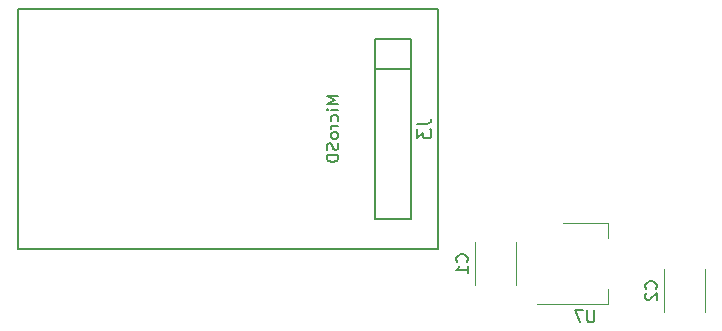
<source format=gbr>
G04 #@! TF.FileFunction,Legend,Bot*
%FSLAX46Y46*%
G04 Gerber Fmt 4.6, Leading zero omitted, Abs format (unit mm)*
G04 Created by KiCad (PCBNEW 4.0.7) date 04/18/18 00:39:05*
%MOMM*%
%LPD*%
G01*
G04 APERTURE LIST*
%ADD10C,0.100000*%
%ADD11C,0.120000*%
%ADD12C,0.150000*%
G04 APERTURE END LIST*
D10*
D11*
X158036000Y-108480000D02*
X158036000Y-104880000D01*
X161496000Y-104880000D02*
X161496000Y-108480000D01*
X174038000Y-110766000D02*
X174038000Y-107166000D01*
X177498000Y-107166000D02*
X177498000Y-110766000D01*
X169296000Y-103270000D02*
X169296000Y-104530000D01*
X169296000Y-110090000D02*
X169296000Y-108830000D01*
X165536000Y-103270000D02*
X169296000Y-103270000D01*
X163286000Y-110090000D02*
X169296000Y-110090000D01*
D12*
X154940000Y-105410000D02*
X154940000Y-85090000D01*
X153670000Y-105410000D02*
X154940000Y-105410000D01*
X153670000Y-105410000D02*
X119380000Y-105410000D01*
X119380000Y-105410000D02*
X119380000Y-85090000D01*
X119380000Y-85090000D02*
X154940000Y-85090000D01*
X149630000Y-87638000D02*
X149630000Y-102862000D01*
X149630000Y-102862000D02*
X152630000Y-102862000D01*
X152630000Y-102862000D02*
X152630000Y-87638000D01*
X152630000Y-87638000D02*
X149630000Y-87638000D01*
X149630000Y-90170000D02*
X152630000Y-90170000D01*
X157373143Y-106513334D02*
X157420762Y-106465715D01*
X157468381Y-106322858D01*
X157468381Y-106227620D01*
X157420762Y-106084762D01*
X157325524Y-105989524D01*
X157230286Y-105941905D01*
X157039810Y-105894286D01*
X156896952Y-105894286D01*
X156706476Y-105941905D01*
X156611238Y-105989524D01*
X156516000Y-106084762D01*
X156468381Y-106227620D01*
X156468381Y-106322858D01*
X156516000Y-106465715D01*
X156563619Y-106513334D01*
X157468381Y-107465715D02*
X157468381Y-106894286D01*
X157468381Y-107180000D02*
X156468381Y-107180000D01*
X156611238Y-107084762D01*
X156706476Y-106989524D01*
X156754095Y-106894286D01*
X173375143Y-108799334D02*
X173422762Y-108751715D01*
X173470381Y-108608858D01*
X173470381Y-108513620D01*
X173422762Y-108370762D01*
X173327524Y-108275524D01*
X173232286Y-108227905D01*
X173041810Y-108180286D01*
X172898952Y-108180286D01*
X172708476Y-108227905D01*
X172613238Y-108275524D01*
X172518000Y-108370762D01*
X172470381Y-108513620D01*
X172470381Y-108608858D01*
X172518000Y-108751715D01*
X172565619Y-108799334D01*
X172565619Y-109180286D02*
X172518000Y-109227905D01*
X172470381Y-109323143D01*
X172470381Y-109561239D01*
X172518000Y-109656477D01*
X172565619Y-109704096D01*
X172660857Y-109751715D01*
X172756095Y-109751715D01*
X172898952Y-109704096D01*
X173470381Y-109132667D01*
X173470381Y-109751715D01*
X168147905Y-110632381D02*
X168147905Y-111441905D01*
X168100286Y-111537143D01*
X168052667Y-111584762D01*
X167957429Y-111632381D01*
X167766952Y-111632381D01*
X167671714Y-111584762D01*
X167624095Y-111537143D01*
X167576476Y-111441905D01*
X167576476Y-110632381D01*
X167195524Y-110632381D02*
X166528857Y-110632381D01*
X166957429Y-111632381D01*
X153172857Y-94850000D02*
X154030000Y-94850000D01*
X154201429Y-94792858D01*
X154315714Y-94678572D01*
X154372857Y-94507143D01*
X154372857Y-94392858D01*
X153172857Y-95307144D02*
X153172857Y-96050001D01*
X153630000Y-95650001D01*
X153630000Y-95821429D01*
X153687143Y-95935715D01*
X153744286Y-95992858D01*
X153858571Y-96050001D01*
X154144286Y-96050001D01*
X154258571Y-95992858D01*
X154315714Y-95935715D01*
X154372857Y-95821429D01*
X154372857Y-95478572D01*
X154315714Y-95364286D01*
X154258571Y-95307144D01*
X146502381Y-92511905D02*
X145502381Y-92511905D01*
X146216667Y-92845239D01*
X145502381Y-93178572D01*
X146502381Y-93178572D01*
X146502381Y-93654762D02*
X145835714Y-93654762D01*
X145502381Y-93654762D02*
X145550000Y-93607143D01*
X145597619Y-93654762D01*
X145550000Y-93702381D01*
X145502381Y-93654762D01*
X145597619Y-93654762D01*
X146454762Y-94559524D02*
X146502381Y-94464286D01*
X146502381Y-94273809D01*
X146454762Y-94178571D01*
X146407143Y-94130952D01*
X146311905Y-94083333D01*
X146026190Y-94083333D01*
X145930952Y-94130952D01*
X145883333Y-94178571D01*
X145835714Y-94273809D01*
X145835714Y-94464286D01*
X145883333Y-94559524D01*
X146502381Y-94988095D02*
X145835714Y-94988095D01*
X146026190Y-94988095D02*
X145930952Y-95035714D01*
X145883333Y-95083333D01*
X145835714Y-95178571D01*
X145835714Y-95273810D01*
X146502381Y-95750000D02*
X146454762Y-95654762D01*
X146407143Y-95607143D01*
X146311905Y-95559524D01*
X146026190Y-95559524D01*
X145930952Y-95607143D01*
X145883333Y-95654762D01*
X145835714Y-95750000D01*
X145835714Y-95892858D01*
X145883333Y-95988096D01*
X145930952Y-96035715D01*
X146026190Y-96083334D01*
X146311905Y-96083334D01*
X146407143Y-96035715D01*
X146454762Y-95988096D01*
X146502381Y-95892858D01*
X146502381Y-95750000D01*
X146454762Y-96464286D02*
X146502381Y-96607143D01*
X146502381Y-96845239D01*
X146454762Y-96940477D01*
X146407143Y-96988096D01*
X146311905Y-97035715D01*
X146216667Y-97035715D01*
X146121429Y-96988096D01*
X146073810Y-96940477D01*
X146026190Y-96845239D01*
X145978571Y-96654762D01*
X145930952Y-96559524D01*
X145883333Y-96511905D01*
X145788095Y-96464286D01*
X145692857Y-96464286D01*
X145597619Y-96511905D01*
X145550000Y-96559524D01*
X145502381Y-96654762D01*
X145502381Y-96892858D01*
X145550000Y-97035715D01*
X146502381Y-97464286D02*
X145502381Y-97464286D01*
X145502381Y-97702381D01*
X145550000Y-97845239D01*
X145645238Y-97940477D01*
X145740476Y-97988096D01*
X145930952Y-98035715D01*
X146073810Y-98035715D01*
X146264286Y-97988096D01*
X146359524Y-97940477D01*
X146454762Y-97845239D01*
X146502381Y-97702381D01*
X146502381Y-97464286D01*
M02*

</source>
